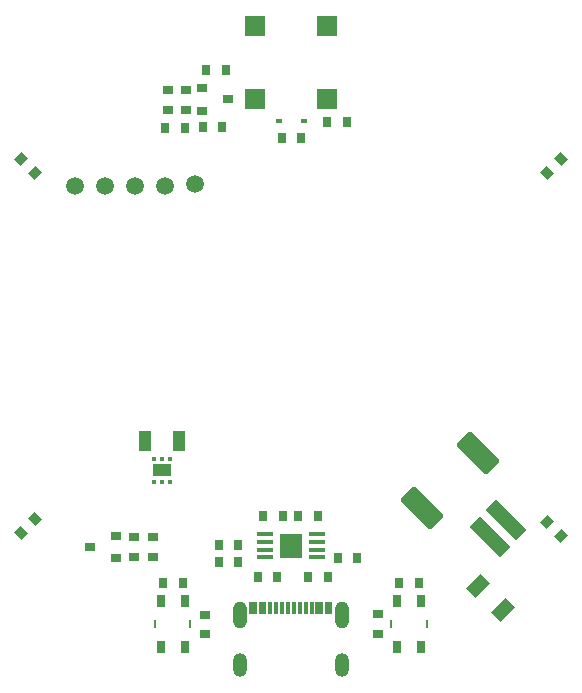
<source format=gbs>
G04 #@! TF.GenerationSoftware,KiCad,Pcbnew,8.0.5*
G04 #@! TF.CreationDate,2024-12-10T21:34:54+01:00*
G04 #@! TF.ProjectId,xmasOrnament2024,786d6173-4f72-46e6-916d-656e74323032,rev?*
G04 #@! TF.SameCoordinates,Original*
G04 #@! TF.FileFunction,Soldermask,Bot*
G04 #@! TF.FilePolarity,Negative*
%FSLAX46Y46*%
G04 Gerber Fmt 4.6, Leading zero omitted, Abs format (unit mm)*
G04 Created by KiCad (PCBNEW 8.0.5) date 2024-12-10 21:34:54*
%MOMM*%
%LPD*%
G01*
G04 APERTURE LIST*
G04 Aperture macros list*
%AMRoundRect*
0 Rectangle with rounded corners*
0 $1 Rounding radius*
0 $2 $3 $4 $5 $6 $7 $8 $9 X,Y pos of 4 corners*
0 Add a 4 corners polygon primitive as box body*
4,1,4,$2,$3,$4,$5,$6,$7,$8,$9,$2,$3,0*
0 Add four circle primitives for the rounded corners*
1,1,$1+$1,$2,$3*
1,1,$1+$1,$4,$5*
1,1,$1+$1,$6,$7*
1,1,$1+$1,$8,$9*
0 Add four rect primitives between the rounded corners*
20,1,$1+$1,$2,$3,$4,$5,0*
20,1,$1+$1,$4,$5,$6,$7,0*
20,1,$1+$1,$6,$7,$8,$9,0*
20,1,$1+$1,$8,$9,$2,$3,0*%
%AMRotRect*
0 Rectangle, with rotation*
0 The origin of the aperture is its center*
0 $1 length*
0 $2 width*
0 $3 Rotation angle, in degrees counterclockwise*
0 Add horizontal line*
21,1,$1,$2,0,0,$3*%
G04 Aperture macros list end*
%ADD10C,1.500000*%
%ADD11RotRect,0.800000X0.950000X135.000000*%
%ADD12R,0.800000X0.950000*%
%ADD13R,0.900000X0.800000*%
%ADD14RoundRect,0.102000X-0.883883X1.590990X-1.590990X0.883883X0.883883X-1.590990X1.590990X-0.883883X0*%
%ADD15RoundRect,0.102000X-0.671751X1.732412X-1.732412X0.671751X0.671751X-1.732412X1.732412X-0.671751X0*%
%ADD16R,0.950000X0.800000*%
%ADD17RotRect,0.800000X0.950000X45.000000*%
%ADD18R,1.125000X1.750000*%
%ADD19RotRect,1.125000X1.750000X135.000000*%
%ADD20R,0.590000X0.450000*%
%ADD21C,0.100000*%
%ADD22R,0.300000X1.140000*%
%ADD23O,1.200000X2.000000*%
%ADD24O,1.200000X2.300000*%
%ADD25R,1.400000X0.450000*%
%ADD26R,1.880000X2.000000*%
%ADD27R,0.700000X1.100000*%
%ADD28R,0.250000X0.700000*%
%ADD29R,0.300000X0.450000*%
%ADD30R,1.600000X1.000000*%
%ADD31RotRect,0.800000X0.950000X225.000000*%
%ADD32R,1.800000X1.800000*%
G04 APERTURE END LIST*
D10*
X133190000Y-82100000D03*
X125550000Y-82100000D03*
D11*
X122183363Y-81033363D03*
X121016637Y-79866637D03*
D12*
X149450000Y-113650000D03*
X147800000Y-113650000D03*
X137725000Y-114000000D03*
X139375000Y-114000000D03*
D13*
X129050000Y-111750001D03*
X126850001Y-112700000D03*
X129050000Y-113649999D03*
D10*
X130650000Y-82100000D03*
D14*
X160674406Y-111838620D03*
X162088620Y-110424406D03*
D15*
X159684457Y-104696841D03*
X154946841Y-109434457D03*
D16*
X130550000Y-113525000D03*
X130550000Y-111875000D03*
D12*
X141525000Y-110100000D03*
X143175000Y-110100000D03*
D17*
X121016637Y-111533363D03*
X122183363Y-110366637D03*
D18*
X134412500Y-103700000D03*
X131487500Y-103700000D03*
D10*
X135750000Y-82000000D03*
D12*
X136675000Y-72300000D03*
X138325000Y-72300000D03*
D19*
X161784144Y-118034144D03*
X159715856Y-115965856D03*
D20*
X142845000Y-76600000D03*
X144955000Y-76600000D03*
D16*
X151200000Y-118375000D03*
X151200000Y-120025000D03*
D21*
X146740000Y-118960000D03*
X140960000Y-118960000D03*
D22*
X147200000Y-117890000D03*
X146400000Y-117890000D03*
X145100000Y-117890000D03*
X144100000Y-117890000D03*
X143600000Y-117890000D03*
X142600000Y-117890000D03*
X141300000Y-117890000D03*
X140500000Y-117890000D03*
X140800000Y-117890000D03*
X141600000Y-117890000D03*
X142100000Y-117890000D03*
X143100000Y-117890000D03*
X144600000Y-117890000D03*
X145600000Y-117890000D03*
X146100000Y-117890000D03*
X146900000Y-117890000D03*
D23*
X148175000Y-122660000D03*
D24*
X148175000Y-118480000D03*
D23*
X139525000Y-122660000D03*
D24*
X139525000Y-118480000D03*
D16*
X133450000Y-74025000D03*
X133450000Y-75675000D03*
X136550000Y-118425000D03*
X136550000Y-120075000D03*
D12*
X133225000Y-77200000D03*
X134875000Y-77200000D03*
X136375000Y-77100000D03*
X138025000Y-77100000D03*
D25*
X141650000Y-113575000D03*
X141650000Y-112925000D03*
X141650000Y-112275000D03*
X141650000Y-111625000D03*
X146050000Y-111625000D03*
X146050000Y-112275000D03*
X146050000Y-112925000D03*
X146050000Y-113575000D03*
D26*
X143850000Y-112600000D03*
D12*
X148600000Y-76700000D03*
X146950000Y-76700000D03*
D27*
X132850000Y-117250000D03*
X132850000Y-121150000D03*
X134850000Y-117250000D03*
X134850000Y-121150000D03*
D28*
X135350000Y-119200000D03*
X132350000Y-119200000D03*
D29*
X132300000Y-105225000D03*
X132950000Y-105225000D03*
X133600000Y-105225000D03*
X133600000Y-107175000D03*
X132950000Y-107175000D03*
X132300000Y-107175000D03*
D30*
X132950000Y-106200000D03*
D12*
X137725000Y-112500000D03*
X139375000Y-112500000D03*
D13*
X136350000Y-75750000D03*
X138550000Y-74800000D03*
X136350000Y-73850000D03*
D12*
X133025000Y-115750000D03*
X134675000Y-115750000D03*
X154675000Y-115750000D03*
X153025000Y-115750000D03*
X144487000Y-110096500D03*
X146137000Y-110096500D03*
D16*
X132150000Y-113525000D03*
X132150000Y-111875000D03*
X134950000Y-75675000D03*
X134950000Y-74025000D03*
D27*
X154850000Y-121150000D03*
X154850000Y-117250000D03*
X152850000Y-121150000D03*
X152850000Y-117250000D03*
D28*
X152350000Y-119200000D03*
X155350000Y-119200000D03*
D31*
X166683362Y-79866637D03*
X165516638Y-81033363D03*
D12*
X141025000Y-115200000D03*
X142675000Y-115200000D03*
D11*
X166683363Y-111783363D03*
X165516637Y-110616637D03*
D10*
X128110000Y-82100000D03*
D32*
X146925000Y-74775000D03*
X140775000Y-74775000D03*
X140775000Y-68625000D03*
X146925000Y-68625000D03*
D12*
X146975000Y-115200000D03*
X145325000Y-115200000D03*
X143075000Y-78100000D03*
X144725000Y-78100000D03*
M02*

</source>
